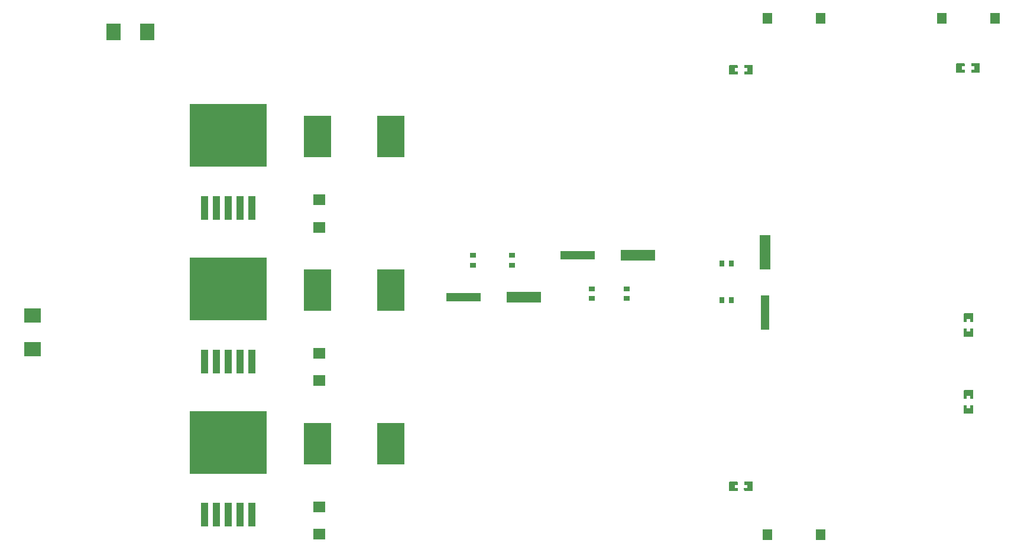
<source format=gtp>
G04 Layer: TopPasteMaskLayer*
G04 EasyEDA v6.5.22, 2022-12-10 21:12:04*
G04 e12cfe8ce6ad4c4799b389a6830ee86a,10*
G04 Gerber Generator version 0.2*
G04 Scale: 100 percent, Rotated: No, Reflected: No *
G04 Dimensions in millimeters *
G04 leading zeros omitted , absolute positions ,4 integer and 5 decimal *
%FSLAX45Y45*%
%MOMM*%

%AMMACRO1*21,1,$1,$2,0,0,$3*%
%ADD10R,2.4000X2.0000*%
%ADD11R,2.0000X2.4000*%
%ADD12R,1.7000X1.6000*%
%ADD13R,1.4000X1.5000*%
%ADD14R,4.0000X6.0000*%
%ADD15R,11.0000X9.0000*%
%ADD16MACRO1,1.02X3.3585X0.0000*%
%ADD17R,0.9000X0.8000*%
%ADD18R,0.8000X0.9000*%
%ADD19R,5.0000X1.5000*%
%ADD20R,5.0000X1.3000*%
%ADD21R,1.5000X5.0000*%
%ADD22R,1.3000X5.0000*%

%LPD*%
G36*
X10376001Y7028586D02*
G01*
X10370972Y7023608D01*
X10370972Y6895592D01*
X10376001Y6890613D01*
X10491012Y6890613D01*
X10495991Y6895592D01*
X10495483Y6937603D01*
X10451490Y6937603D01*
X10451490Y6982612D01*
X10496499Y6982612D01*
X10495991Y7023608D01*
X10491012Y7028586D01*
G37*
G36*
X10590987Y7028586D02*
G01*
X10586008Y7023608D01*
X10586516Y6982612D01*
X10630509Y6982612D01*
X10630509Y6937603D01*
X10586008Y6937603D01*
X10586008Y6895592D01*
X10590987Y6890613D01*
X10705998Y6890613D01*
X10710976Y6895592D01*
X10710976Y7023608D01*
X10705998Y7028586D01*
G37*
G36*
X10590987Y1059586D02*
G01*
X10586008Y1054608D01*
X10586516Y1012596D01*
X10630509Y1012596D01*
X10630509Y967587D01*
X10585500Y967587D01*
X10586008Y926592D01*
X10590987Y921613D01*
X10705998Y921613D01*
X10711027Y926592D01*
X10711027Y1054608D01*
X10705998Y1059586D01*
G37*
G36*
X10376001Y1059586D02*
G01*
X10371023Y1054608D01*
X10371023Y926592D01*
X10376001Y921613D01*
X10491012Y921613D01*
X10495991Y926592D01*
X10495483Y967587D01*
X10451490Y967587D01*
X10451490Y1012596D01*
X10495991Y1012596D01*
X10495991Y1054608D01*
X10491012Y1059586D01*
G37*
G36*
X13627201Y7053986D02*
G01*
X13622172Y7049008D01*
X13622172Y6920992D01*
X13627201Y6916013D01*
X13742212Y6916013D01*
X13747191Y6920992D01*
X13746683Y6963003D01*
X13702690Y6963003D01*
X13702690Y7008012D01*
X13747699Y7008012D01*
X13747191Y7049008D01*
X13742212Y7053986D01*
G37*
G36*
X13842187Y7053986D02*
G01*
X13837208Y7049008D01*
X13837716Y7008012D01*
X13881709Y7008012D01*
X13881709Y6963003D01*
X13837208Y6963003D01*
X13837208Y6920992D01*
X13842187Y6916013D01*
X13957198Y6916013D01*
X13962176Y6920992D01*
X13962176Y7049008D01*
X13957198Y7053986D01*
G37*
G36*
X13776960Y3255517D02*
G01*
X13735964Y3255010D01*
X13730986Y3249980D01*
X13730986Y3134969D01*
X13735964Y3129991D01*
X13863980Y3129991D01*
X13868958Y3134969D01*
X13868958Y3249980D01*
X13863980Y3255010D01*
X13821968Y3254502D01*
X13821968Y3210509D01*
X13776960Y3210509D01*
G37*
G36*
X13735964Y3469995D02*
G01*
X13730986Y3464966D01*
X13730986Y3350006D01*
X13735964Y3344976D01*
X13776960Y3345484D01*
X13776960Y3389477D01*
X13821968Y3389477D01*
X13821968Y3344976D01*
X13863980Y3344976D01*
X13868958Y3350006D01*
X13868958Y3464966D01*
X13863980Y3469995D01*
G37*
G36*
X13776960Y2155494D02*
G01*
X13735964Y2154986D01*
X13730986Y2150008D01*
X13730986Y2034997D01*
X13735964Y2029968D01*
X13863980Y2029968D01*
X13868958Y2034997D01*
X13868958Y2150008D01*
X13863980Y2154986D01*
X13821968Y2154478D01*
X13821968Y2110486D01*
X13776960Y2110486D01*
G37*
G36*
X13735964Y2369972D02*
G01*
X13730986Y2364994D01*
X13730986Y2249982D01*
X13735964Y2245004D01*
X13776960Y2245512D01*
X13776960Y2289505D01*
X13821968Y2289505D01*
X13821968Y2245004D01*
X13863980Y2245004D01*
X13868958Y2249982D01*
X13868958Y2364994D01*
X13863980Y2369972D01*
G37*
D10*
G01*
X399999Y2959988D03*
G01*
X399999Y3439972D03*
D11*
G01*
X1559991Y7499985D03*
G01*
X2039975Y7499985D03*
D12*
G01*
X4499990Y4703978D03*
G01*
X4499990Y5095976D03*
G01*
X4499990Y2503982D03*
G01*
X4499990Y2895980D03*
G01*
X4499990Y303987D03*
G01*
X4499990Y695985D03*
D13*
G01*
X10919993Y7699984D03*
G01*
X11679961Y7699984D03*
G01*
X13419988Y7699982D03*
G01*
X14179956Y7699982D03*
D14*
G01*
X4474997Y5999987D03*
G01*
X5524982Y5999987D03*
G01*
X4474997Y3799992D03*
G01*
X5524982Y3799992D03*
G01*
X4474997Y1599996D03*
G01*
X5524982Y1599996D03*
D15*
G01*
X3199993Y6018326D03*
D16*
G01*
X3539994Y4981661D03*
G01*
X3369993Y4981661D03*
G01*
X3199993Y4981661D03*
G01*
X3029993Y4981661D03*
G01*
X2859993Y4981661D03*
D15*
G01*
X3199993Y3818331D03*
D16*
G01*
X3539994Y2781665D03*
G01*
X3369993Y2781665D03*
G01*
X3199993Y2781665D03*
G01*
X3029993Y2781665D03*
G01*
X2859993Y2781665D03*
D15*
G01*
X3199993Y1618335D03*
D16*
G01*
X3539994Y581670D03*
G01*
X3369993Y581670D03*
G01*
X3199993Y581670D03*
G01*
X3029993Y581670D03*
G01*
X2859993Y581670D03*
D17*
G01*
X8902700Y3822854D03*
G01*
X8902700Y3682850D03*
G01*
X8407400Y3822852D03*
G01*
X8407400Y3682847D03*
G01*
X7264400Y4159097D03*
G01*
X7264400Y4299102D03*
G01*
X6705600Y4159097D03*
G01*
X6705600Y4299102D03*
D18*
G01*
X10407802Y4182998D03*
G01*
X10267797Y4182998D03*
G01*
X10407802Y3657600D03*
G01*
X10267797Y3657600D03*
D19*
G01*
X9065996Y4299991D03*
D20*
G01*
X8206003Y4299991D03*
D19*
G01*
X7429982Y3699992D03*
D20*
G01*
X6569989Y3699992D03*
D21*
G01*
X10883900Y4341596D03*
D22*
G01*
X10883900Y3481603D03*
D13*
G01*
X11679961Y299999D03*
G01*
X10919993Y299999D03*
M02*

</source>
